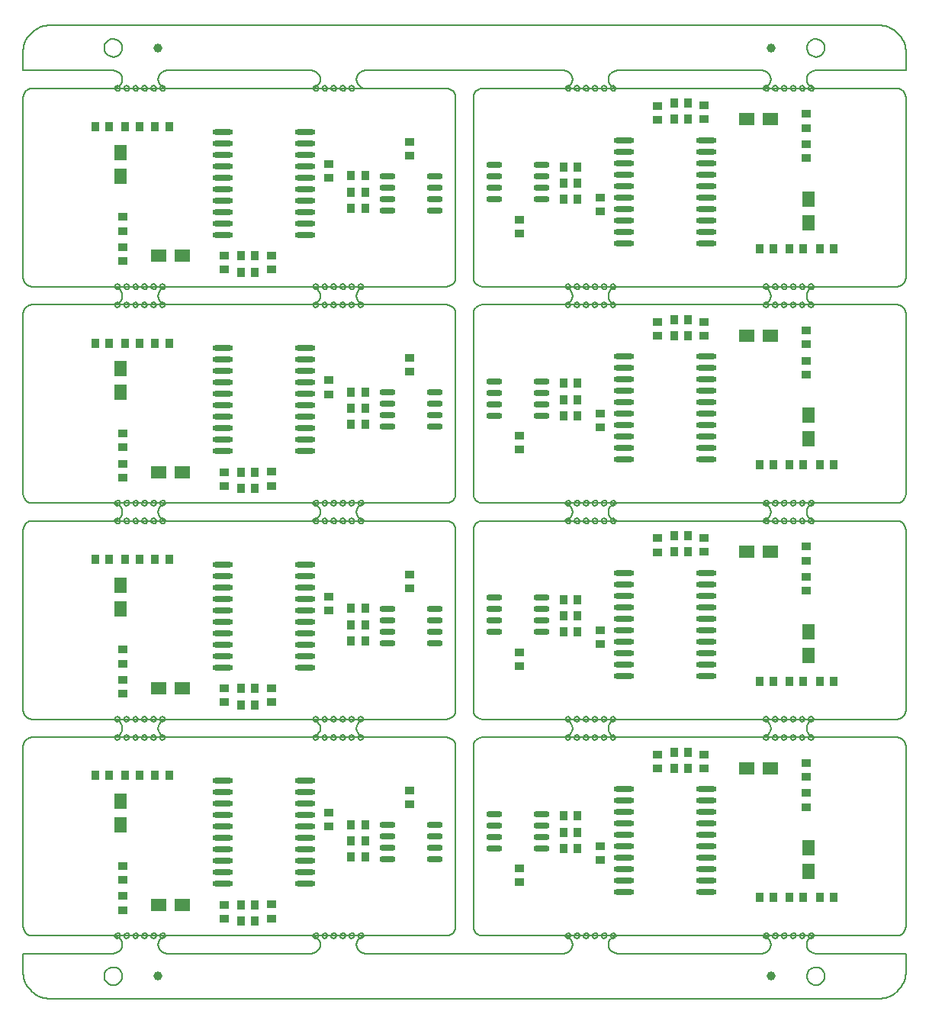
<source format=gtp>
G04*
G04 #@! TF.GenerationSoftware,Altium Limited,Altium Designer,18.0.7 (293)*
G04*
G04 Layer_Color=8421504*
%FSLAX25Y25*%
%MOIN*%
G70*
G01*
G75*
%ADD10C,0.03937*%
%ADD11O,0.09055X0.02362*%
%ADD12R,0.03661X0.03858*%
%ADD13R,0.07087X0.05315*%
%ADD14R,0.05315X0.07087*%
%ADD15R,0.03858X0.03661*%
%ADD16O,0.07087X0.02756*%
%ADD21C,0.00787*%
G54D10*
X548272Y572169D02*
D03*
X280555D02*
D03*
X548272Y166657D02*
D03*
X280555D02*
D03*
G54D11*
X520040Y486853D02*
D03*
Y491853D02*
D03*
Y496853D02*
D03*
Y501853D02*
D03*
Y506853D02*
D03*
Y511853D02*
D03*
Y516853D02*
D03*
Y521853D02*
D03*
Y526853D02*
D03*
Y531853D02*
D03*
X484213Y486853D02*
D03*
Y491853D02*
D03*
Y496853D02*
D03*
Y501853D02*
D03*
Y506853D02*
D03*
Y511853D02*
D03*
Y516853D02*
D03*
Y521853D02*
D03*
Y526853D02*
D03*
Y531853D02*
D03*
X520040Y392365D02*
D03*
Y397365D02*
D03*
Y402365D02*
D03*
Y407365D02*
D03*
Y412365D02*
D03*
Y417365D02*
D03*
Y422365D02*
D03*
Y427365D02*
D03*
Y432365D02*
D03*
Y437365D02*
D03*
X484213Y392365D02*
D03*
Y397365D02*
D03*
Y402365D02*
D03*
Y407365D02*
D03*
Y412365D02*
D03*
Y417365D02*
D03*
Y422365D02*
D03*
Y427365D02*
D03*
Y432365D02*
D03*
Y437365D02*
D03*
X520040Y297876D02*
D03*
Y302876D02*
D03*
Y307876D02*
D03*
Y312876D02*
D03*
Y317876D02*
D03*
Y322876D02*
D03*
Y327876D02*
D03*
Y332876D02*
D03*
Y337876D02*
D03*
Y342876D02*
D03*
X484213Y297876D02*
D03*
Y302876D02*
D03*
Y307876D02*
D03*
Y312876D02*
D03*
Y317876D02*
D03*
Y322876D02*
D03*
Y327876D02*
D03*
Y332876D02*
D03*
Y337876D02*
D03*
Y342876D02*
D03*
X520040Y203388D02*
D03*
Y208388D02*
D03*
Y213388D02*
D03*
Y218388D02*
D03*
Y223388D02*
D03*
Y228388D02*
D03*
Y233388D02*
D03*
Y238388D02*
D03*
Y243388D02*
D03*
Y248388D02*
D03*
X484213Y203388D02*
D03*
Y208388D02*
D03*
Y213388D02*
D03*
Y218388D02*
D03*
Y223388D02*
D03*
Y228388D02*
D03*
Y233388D02*
D03*
Y238388D02*
D03*
Y243388D02*
D03*
Y248388D02*
D03*
X308787Y251974D02*
D03*
Y246974D02*
D03*
Y241974D02*
D03*
Y236974D02*
D03*
Y231974D02*
D03*
Y226974D02*
D03*
Y221974D02*
D03*
Y216974D02*
D03*
Y211974D02*
D03*
Y206974D02*
D03*
X344613Y251974D02*
D03*
Y246974D02*
D03*
Y241974D02*
D03*
Y236974D02*
D03*
Y231974D02*
D03*
Y226974D02*
D03*
Y221974D02*
D03*
Y216974D02*
D03*
Y211974D02*
D03*
Y206974D02*
D03*
X308787Y346462D02*
D03*
Y341462D02*
D03*
Y336462D02*
D03*
Y331462D02*
D03*
Y326462D02*
D03*
Y321462D02*
D03*
Y316462D02*
D03*
Y311462D02*
D03*
Y306462D02*
D03*
Y301462D02*
D03*
X344613Y346462D02*
D03*
Y341462D02*
D03*
Y336462D02*
D03*
Y331462D02*
D03*
Y326462D02*
D03*
Y321462D02*
D03*
Y316462D02*
D03*
Y311462D02*
D03*
Y306462D02*
D03*
Y301462D02*
D03*
X308787Y440950D02*
D03*
Y435950D02*
D03*
Y430950D02*
D03*
Y425950D02*
D03*
Y420950D02*
D03*
Y415950D02*
D03*
Y410950D02*
D03*
Y405950D02*
D03*
Y400950D02*
D03*
Y395950D02*
D03*
X344613Y440950D02*
D03*
Y435950D02*
D03*
Y430950D02*
D03*
Y425950D02*
D03*
Y420950D02*
D03*
Y415950D02*
D03*
Y410950D02*
D03*
Y405950D02*
D03*
Y400950D02*
D03*
Y395950D02*
D03*
X308787Y535439D02*
D03*
Y530439D02*
D03*
Y525439D02*
D03*
Y520439D02*
D03*
Y515439D02*
D03*
Y510439D02*
D03*
Y505439D02*
D03*
Y500439D02*
D03*
Y495439D02*
D03*
Y490439D02*
D03*
X344613Y535439D02*
D03*
Y530439D02*
D03*
Y525439D02*
D03*
Y520439D02*
D03*
Y515439D02*
D03*
Y510439D02*
D03*
Y505439D02*
D03*
Y500439D02*
D03*
Y495439D02*
D03*
Y490439D02*
D03*
G54D12*
X569695Y484553D02*
D03*
X575758D02*
D03*
X463890Y505953D02*
D03*
X457827D02*
D03*
X512058Y548053D02*
D03*
X505995D02*
D03*
Y540953D02*
D03*
X512058D02*
D03*
X549558Y484553D02*
D03*
X543495D02*
D03*
X562558D02*
D03*
X556495D02*
D03*
X463890Y513053D02*
D03*
X457827D02*
D03*
X463890Y520153D02*
D03*
X457827D02*
D03*
X569695Y390065D02*
D03*
X575758D02*
D03*
X463890Y411465D02*
D03*
X457827D02*
D03*
X512058Y453565D02*
D03*
X505995D02*
D03*
Y446465D02*
D03*
X512058D02*
D03*
X549558Y390065D02*
D03*
X543495D02*
D03*
X562558D02*
D03*
X556495D02*
D03*
X463890Y418565D02*
D03*
X457827D02*
D03*
X463890Y425665D02*
D03*
X457827D02*
D03*
X569695Y295576D02*
D03*
X575758D02*
D03*
X463890Y316976D02*
D03*
X457827D02*
D03*
X512058Y359076D02*
D03*
X505995D02*
D03*
Y351976D02*
D03*
X512058D02*
D03*
X549558Y295576D02*
D03*
X543495D02*
D03*
X562558D02*
D03*
X556495D02*
D03*
X463890Y324076D02*
D03*
X457827D02*
D03*
X463890Y331176D02*
D03*
X457827D02*
D03*
X569695Y201088D02*
D03*
X575758D02*
D03*
X463890Y222488D02*
D03*
X457827D02*
D03*
X512058Y264588D02*
D03*
X505995D02*
D03*
Y257488D02*
D03*
X512058D02*
D03*
X549558Y201088D02*
D03*
X543495D02*
D03*
X562558D02*
D03*
X556495D02*
D03*
X463890Y229588D02*
D03*
X457827D02*
D03*
X463890Y236688D02*
D03*
X457827D02*
D03*
X259132Y254274D02*
D03*
X253068D02*
D03*
X364937Y232874D02*
D03*
X371000D02*
D03*
X316769Y190774D02*
D03*
X322832D02*
D03*
Y197874D02*
D03*
X316769D02*
D03*
X279269Y254274D02*
D03*
X285332D02*
D03*
X266268D02*
D03*
X272332D02*
D03*
X364937Y225774D02*
D03*
X371000D02*
D03*
X364937Y218674D02*
D03*
X371000D02*
D03*
X259132Y348762D02*
D03*
X253068D02*
D03*
X364937Y327362D02*
D03*
X371000D02*
D03*
X316769Y285262D02*
D03*
X322832D02*
D03*
Y292362D02*
D03*
X316769D02*
D03*
X279269Y348762D02*
D03*
X285332D02*
D03*
X266268D02*
D03*
X272332D02*
D03*
X364937Y320262D02*
D03*
X371000D02*
D03*
X364937Y313162D02*
D03*
X371000D02*
D03*
X259132Y443250D02*
D03*
X253068D02*
D03*
X364937Y421850D02*
D03*
X371000D02*
D03*
X316769Y379750D02*
D03*
X322832D02*
D03*
Y386850D02*
D03*
X316769D02*
D03*
X279269Y443250D02*
D03*
X285332D02*
D03*
X266268D02*
D03*
X272332D02*
D03*
X364937Y414750D02*
D03*
X371000D02*
D03*
X364937Y407650D02*
D03*
X371000D02*
D03*
X259132Y537739D02*
D03*
X253068D02*
D03*
X364937Y516339D02*
D03*
X371000D02*
D03*
X316769Y474239D02*
D03*
X322832D02*
D03*
Y481339D02*
D03*
X316769D02*
D03*
X279269Y537739D02*
D03*
X285332D02*
D03*
X266268D02*
D03*
X272332D02*
D03*
X364937Y509239D02*
D03*
X371000D02*
D03*
X364937Y502139D02*
D03*
X371000D02*
D03*
G54D13*
X537869Y540953D02*
D03*
X548184D02*
D03*
X537869Y446465D02*
D03*
X548184D02*
D03*
X537869Y351976D02*
D03*
X548184D02*
D03*
X537869Y257488D02*
D03*
X548184D02*
D03*
X290957Y197874D02*
D03*
X280643D02*
D03*
X290957Y292362D02*
D03*
X280643D02*
D03*
X290957Y386850D02*
D03*
X280643D02*
D03*
X290957Y481339D02*
D03*
X280643D02*
D03*
G54D14*
X564727Y506110D02*
D03*
Y495795D02*
D03*
Y411622D02*
D03*
Y401307D02*
D03*
Y317134D02*
D03*
Y306819D02*
D03*
Y222646D02*
D03*
Y212331D02*
D03*
X264100Y232716D02*
D03*
Y243032D02*
D03*
Y327205D02*
D03*
Y337520D02*
D03*
Y421693D02*
D03*
Y432008D02*
D03*
Y516181D02*
D03*
Y526496D02*
D03*
G54D15*
X438327Y497184D02*
D03*
Y491121D02*
D03*
X473827Y500821D02*
D03*
Y506884D02*
D03*
X498827Y546916D02*
D03*
Y540853D02*
D03*
X519227Y547016D02*
D03*
Y540953D02*
D03*
X563727Y537221D02*
D03*
Y543284D02*
D03*
Y524021D02*
D03*
Y530084D02*
D03*
X438327Y402696D02*
D03*
Y396633D02*
D03*
X473827Y406333D02*
D03*
Y412396D02*
D03*
X498827Y452428D02*
D03*
Y446365D02*
D03*
X519227Y452528D02*
D03*
Y446465D02*
D03*
X563727Y442733D02*
D03*
Y448796D02*
D03*
Y429533D02*
D03*
Y435596D02*
D03*
X438327Y308208D02*
D03*
Y302145D02*
D03*
X473827Y311845D02*
D03*
Y317908D02*
D03*
X498827Y357939D02*
D03*
Y351876D02*
D03*
X519227Y358039D02*
D03*
Y351976D02*
D03*
X563727Y348245D02*
D03*
Y354308D02*
D03*
Y335045D02*
D03*
Y341108D02*
D03*
X438327Y213720D02*
D03*
Y207657D02*
D03*
X473827Y217357D02*
D03*
Y223420D02*
D03*
X498827Y263451D02*
D03*
Y257388D02*
D03*
X519227Y263551D02*
D03*
Y257488D02*
D03*
X563727Y253757D02*
D03*
Y259820D02*
D03*
Y240557D02*
D03*
Y246620D02*
D03*
X390500Y241642D02*
D03*
Y247706D02*
D03*
X355000Y238005D02*
D03*
Y231943D02*
D03*
X330000Y191911D02*
D03*
Y197974D02*
D03*
X309600Y191811D02*
D03*
Y197874D02*
D03*
X265100Y201606D02*
D03*
Y195543D02*
D03*
Y214806D02*
D03*
Y208742D02*
D03*
X390500Y336131D02*
D03*
Y342194D02*
D03*
X355000Y332494D02*
D03*
Y326431D02*
D03*
X330000Y286399D02*
D03*
Y292462D02*
D03*
X309600Y286299D02*
D03*
Y292362D02*
D03*
X265100Y296094D02*
D03*
Y290031D02*
D03*
Y309294D02*
D03*
Y303231D02*
D03*
X390500Y430619D02*
D03*
Y436682D02*
D03*
X355000Y426982D02*
D03*
Y420919D02*
D03*
X330000Y380887D02*
D03*
Y386950D02*
D03*
X309600Y380787D02*
D03*
Y386850D02*
D03*
X265100Y390582D02*
D03*
Y384519D02*
D03*
Y403782D02*
D03*
Y397719D02*
D03*
X390500Y525107D02*
D03*
Y531170D02*
D03*
X355000Y521470D02*
D03*
Y515407D02*
D03*
X330000Y475376D02*
D03*
Y481439D02*
D03*
X309600Y475276D02*
D03*
Y481339D02*
D03*
X265100Y485070D02*
D03*
Y479007D02*
D03*
Y498270D02*
D03*
Y492207D02*
D03*
G54D16*
X447999Y506053D02*
D03*
Y511053D02*
D03*
Y516053D02*
D03*
Y521053D02*
D03*
X427527Y506053D02*
D03*
Y511053D02*
D03*
Y516053D02*
D03*
Y521053D02*
D03*
X447999Y411565D02*
D03*
Y416565D02*
D03*
Y421565D02*
D03*
Y426565D02*
D03*
X427527Y411565D02*
D03*
Y416565D02*
D03*
Y421565D02*
D03*
Y426565D02*
D03*
X447999Y317076D02*
D03*
Y322076D02*
D03*
Y327076D02*
D03*
Y332076D02*
D03*
X427527Y317076D02*
D03*
Y322076D02*
D03*
Y327076D02*
D03*
Y332076D02*
D03*
X447999Y222588D02*
D03*
Y227588D02*
D03*
Y232588D02*
D03*
Y237588D02*
D03*
X427527Y222588D02*
D03*
Y227588D02*
D03*
Y232588D02*
D03*
Y237588D02*
D03*
X380828Y232774D02*
D03*
Y227774D02*
D03*
Y222774D02*
D03*
Y217774D02*
D03*
X401300Y232774D02*
D03*
Y227774D02*
D03*
Y222774D02*
D03*
Y217774D02*
D03*
X380828Y327262D02*
D03*
Y322262D02*
D03*
Y317262D02*
D03*
Y312262D02*
D03*
X401300Y327262D02*
D03*
Y322262D02*
D03*
Y317262D02*
D03*
Y312262D02*
D03*
X380828Y421750D02*
D03*
Y416750D02*
D03*
Y411750D02*
D03*
Y406750D02*
D03*
X401300Y421750D02*
D03*
Y416750D02*
D03*
Y411750D02*
D03*
Y406750D02*
D03*
X380828Y516239D02*
D03*
Y511239D02*
D03*
Y506239D02*
D03*
Y501239D02*
D03*
X401300Y516239D02*
D03*
Y511239D02*
D03*
Y506239D02*
D03*
Y501239D02*
D03*
G54D21*
X264020Y554453D02*
X263575Y555376D01*
X262576Y555604D01*
X261774Y554965D01*
Y553940D01*
X262576Y553301D01*
X263575Y553529D01*
X264020Y554453D01*
X283705D02*
X283260Y555376D01*
X282261Y555604D01*
X281459Y554965D01*
Y553940D01*
X282261Y553301D01*
X283260Y553529D01*
X283705Y554453D01*
X567169D02*
X566725Y555376D01*
X565725Y555604D01*
X564924Y554965D01*
Y553940D01*
X565725Y553301D01*
X566725Y553529D01*
X567169Y554453D01*
X480555D02*
X480110Y555376D01*
X479111Y555604D01*
X478310Y554965D01*
Y553940D01*
X479111Y553301D01*
X480110Y553529D01*
X480555Y554453D01*
X283705Y459965D02*
X283260Y460888D01*
X282261Y461116D01*
X281459Y460477D01*
Y459452D01*
X282261Y458813D01*
X283260Y459041D01*
X283705Y459965D01*
Y467839D02*
X283260Y468762D01*
X282261Y468990D01*
X281459Y468351D01*
Y467326D01*
X282261Y466687D01*
X283260Y466915D01*
X283705Y467839D01*
X370319Y459965D02*
X369874Y460888D01*
X368875Y461116D01*
X368074Y460477D01*
Y459452D01*
X368875Y458813D01*
X369874Y459041D01*
X370319Y459965D01*
Y467839D02*
X369874Y468762D01*
X368875Y468990D01*
X368074Y468351D01*
Y467326D01*
X368875Y466687D01*
X369874Y466915D01*
X370319Y467839D01*
X480555Y459965D02*
X480110Y460888D01*
X479111Y461116D01*
X478310Y460477D01*
Y459452D01*
X479111Y458813D01*
X480110Y459041D01*
X480555Y459965D01*
Y467839D02*
X480110Y468762D01*
X479111Y468990D01*
X478310Y468351D01*
Y467326D01*
X479111Y466687D01*
X480110Y466915D01*
X480555Y467839D01*
X567169Y459965D02*
X566725Y460888D01*
X565725Y461116D01*
X564924Y460477D01*
Y459452D01*
X565725Y458813D01*
X566725Y459041D01*
X567169Y459965D01*
Y467839D02*
X566725Y468762D01*
X565725Y468990D01*
X564924Y468351D01*
Y467326D01*
X565725Y466687D01*
X566725Y466915D01*
X567169Y467839D01*
Y365476D02*
X566725Y366400D01*
X565725Y366628D01*
X564924Y365989D01*
Y364964D01*
X565725Y364325D01*
X566725Y364553D01*
X567169Y365476D01*
Y373350D02*
X566725Y374274D01*
X565725Y374502D01*
X564924Y373863D01*
Y372838D01*
X565725Y372199D01*
X566725Y372427D01*
X567169Y373350D01*
X480555Y365476D02*
X480110Y366400D01*
X479111Y366628D01*
X478310Y365989D01*
Y364964D01*
X479111Y364325D01*
X480110Y364553D01*
X480555Y365476D01*
Y373350D02*
X480110Y374274D01*
X479111Y374502D01*
X478310Y373863D01*
Y372838D01*
X479111Y372199D01*
X480110Y372427D01*
X480555Y373350D01*
X370319Y365476D02*
X369874Y366400D01*
X368875Y366628D01*
X368074Y365989D01*
Y364964D01*
X368875Y364325D01*
X369874Y364553D01*
X370319Y365476D01*
Y373350D02*
X369874Y374274D01*
X368875Y374502D01*
X368074Y373863D01*
Y372838D01*
X368875Y372199D01*
X369874Y372427D01*
X370319Y373350D01*
X283705Y365476D02*
X283260Y366400D01*
X282261Y366628D01*
X281459Y365989D01*
Y364964D01*
X282261Y364325D01*
X283260Y364553D01*
X283705Y365476D01*
Y373350D02*
X283260Y374274D01*
X282261Y374502D01*
X281459Y373863D01*
Y372838D01*
X282261Y372199D01*
X283260Y372427D01*
X283705Y373350D01*
X370319Y270988D02*
X369874Y271912D01*
X368875Y272140D01*
X368074Y271501D01*
Y270476D01*
X368875Y269837D01*
X369874Y270065D01*
X370319Y270988D01*
Y278862D02*
X369874Y279786D01*
X368875Y280014D01*
X368074Y279375D01*
Y278350D01*
X368875Y277711D01*
X369874Y277939D01*
X370319Y278862D01*
X283705Y270988D02*
X283260Y271912D01*
X282261Y272140D01*
X281459Y271501D01*
Y270476D01*
X282261Y269837D01*
X283260Y270065D01*
X283705Y270988D01*
Y278862D02*
X283260Y279786D01*
X282261Y280014D01*
X281459Y279375D01*
Y278350D01*
X282261Y277711D01*
X283260Y277939D01*
X283705Y278862D01*
X480555Y270988D02*
X480110Y271912D01*
X479111Y272140D01*
X478310Y271501D01*
Y270476D01*
X479111Y269837D01*
X480110Y270065D01*
X480555Y270988D01*
Y278862D02*
X480110Y279786D01*
X479111Y280014D01*
X478310Y279375D01*
Y278350D01*
X479111Y277711D01*
X480110Y277939D01*
X480555Y278862D01*
X567169Y270988D02*
X566725Y271912D01*
X565725Y272140D01*
X564924Y271501D01*
Y270476D01*
X565725Y269837D01*
X566725Y270065D01*
X567169Y270988D01*
Y278862D02*
X566725Y279786D01*
X565725Y280014D01*
X564924Y279375D01*
Y278350D01*
X565725Y277711D01*
X566725Y277939D01*
X567169Y278862D01*
Y184374D02*
X566725Y185297D01*
X565725Y185526D01*
X564924Y184887D01*
Y183862D01*
X565725Y183222D01*
X566725Y183451D01*
X567169Y184374D01*
X480555D02*
X480110Y185297D01*
X479111Y185526D01*
X478310Y184887D01*
Y183862D01*
X479111Y183222D01*
X480110Y183451D01*
X480555Y184374D01*
X370319D02*
X369874Y185297D01*
X368875Y185526D01*
X368074Y184887D01*
Y183862D01*
X368875Y183222D01*
X369874Y183451D01*
X370319Y184374D01*
X283705D02*
X283260Y185297D01*
X282261Y185526D01*
X281459Y184887D01*
Y183862D01*
X282261Y183222D01*
X283260Y183451D01*
X283705Y184374D01*
X547484D02*
X547040Y185297D01*
X546040Y185526D01*
X545239Y184887D01*
Y183862D01*
X546040Y183222D01*
X547040Y183451D01*
X547484Y184374D01*
X476618D02*
X476173Y185297D01*
X475174Y185526D01*
X474373Y184887D01*
Y183862D01*
X475174Y183222D01*
X476173Y183451D01*
X476618Y184374D01*
X547484Y270988D02*
X547040Y271912D01*
X546040Y272140D01*
X545239Y271501D01*
Y270476D01*
X546040Y269837D01*
X547040Y270065D01*
X547484Y270988D01*
Y278862D02*
X547040Y279786D01*
X546040Y280014D01*
X545239Y279375D01*
Y278350D01*
X546040Y277711D01*
X547040Y277939D01*
X547484Y278862D01*
X476618Y270988D02*
X476173Y271912D01*
X475174Y272140D01*
X474373Y271501D01*
Y270476D01*
X475174Y269837D01*
X476173Y270065D01*
X476618Y270988D01*
Y278862D02*
X476173Y279786D01*
X475174Y280014D01*
X474373Y279375D01*
Y278350D01*
X475174Y277711D01*
X476173Y277939D01*
X476618Y278862D01*
X547484Y365476D02*
X547040Y366400D01*
X546040Y366628D01*
X545239Y365989D01*
Y364964D01*
X546040Y364325D01*
X547040Y364553D01*
X547484Y365476D01*
Y373350D02*
X547040Y374274D01*
X546040Y374502D01*
X545239Y373863D01*
Y372838D01*
X546040Y372199D01*
X547040Y372427D01*
X547484Y373350D01*
X476618Y365476D02*
X476173Y366400D01*
X475174Y366628D01*
X474373Y365989D01*
Y364964D01*
X475174Y364325D01*
X476173Y364553D01*
X476618Y365476D01*
Y373350D02*
X476173Y374274D01*
X475174Y374502D01*
X474373Y373863D01*
Y372838D01*
X475174Y372199D01*
X476173Y372427D01*
X476618Y373350D01*
X547484Y467839D02*
X547040Y468762D01*
X546040Y468990D01*
X545239Y468351D01*
Y467326D01*
X546040Y466687D01*
X547040Y466915D01*
X547484Y467839D01*
Y459965D02*
X547040Y460888D01*
X546040Y461116D01*
X545239Y460477D01*
Y459452D01*
X546040Y458813D01*
X547040Y459041D01*
X547484Y459965D01*
X476618D02*
X476173Y460888D01*
X475174Y461116D01*
X474373Y460477D01*
Y459452D01*
X475174Y458813D01*
X476173Y459041D01*
X476618Y459965D01*
Y467839D02*
X476173Y468762D01*
X475174Y468990D01*
X474373Y468351D01*
Y467326D01*
X475174Y466687D01*
X476173Y466915D01*
X476618Y467839D01*
X547484Y554453D02*
X547040Y555376D01*
X546040Y555604D01*
X545239Y554965D01*
Y553940D01*
X546040Y553301D01*
X547040Y553529D01*
X547484Y554453D01*
X476618D02*
X476173Y555376D01*
X475174Y555604D01*
X474373Y554965D01*
Y553940D01*
X475174Y553301D01*
X476173Y553529D01*
X476618Y554453D01*
X350634D02*
X350189Y555376D01*
X349190Y555604D01*
X348389Y554965D01*
Y553940D01*
X349190Y553301D01*
X350189Y553529D01*
X350634Y554453D01*
X279768D02*
X279323Y555376D01*
X278324Y555604D01*
X277522Y554965D01*
Y553940D01*
X278324Y553301D01*
X279323Y553529D01*
X279768Y554453D01*
X350634Y459965D02*
X350189Y460888D01*
X349190Y461116D01*
X348389Y460477D01*
Y459452D01*
X349190Y458813D01*
X350189Y459041D01*
X350634Y459965D01*
Y467839D02*
X350189Y468762D01*
X349190Y468990D01*
X348389Y468351D01*
Y467326D01*
X349190Y466687D01*
X350189Y466915D01*
X350634Y467839D01*
X279768Y459965D02*
X279323Y460888D01*
X278324Y461116D01*
X277522Y460477D01*
Y459452D01*
X278324Y458813D01*
X279323Y459041D01*
X279768Y459965D01*
Y467839D02*
X279323Y468762D01*
X278324Y468990D01*
X277522Y468351D01*
Y467326D01*
X278324Y466687D01*
X279323Y466915D01*
X279768Y467839D01*
X350634Y365476D02*
X350189Y366400D01*
X349190Y366628D01*
X348389Y365989D01*
Y364964D01*
X349190Y364325D01*
X350189Y364553D01*
X350634Y365476D01*
Y373350D02*
X350189Y374274D01*
X349190Y374502D01*
X348389Y373863D01*
Y372838D01*
X349190Y372199D01*
X350189Y372427D01*
X350634Y373350D01*
X279768Y365476D02*
X279323Y366400D01*
X278324Y366628D01*
X277522Y365989D01*
Y364964D01*
X278324Y364325D01*
X279323Y364553D01*
X279768Y365476D01*
Y373350D02*
X279323Y374274D01*
X278324Y374502D01*
X277522Y373863D01*
Y372838D01*
X278324Y372199D01*
X279323Y372427D01*
X279768Y373350D01*
X350634Y270988D02*
X350189Y271912D01*
X349190Y272140D01*
X348389Y271501D01*
Y270476D01*
X349190Y269837D01*
X350189Y270065D01*
X350634Y270988D01*
Y278862D02*
X350189Y279786D01*
X349190Y280014D01*
X348389Y279375D01*
Y278350D01*
X349190Y277711D01*
X350189Y277939D01*
X350634Y278862D01*
X279768Y270988D02*
X279323Y271912D01*
X278324Y272140D01*
X277522Y271501D01*
Y270476D01*
X278324Y269837D01*
X279323Y270065D01*
X279768Y270988D01*
Y278862D02*
X279323Y279786D01*
X278324Y280014D01*
X277522Y279375D01*
Y278350D01*
X278324Y277711D01*
X279323Y277939D01*
X279768Y278862D01*
X350634Y184374D02*
X350189Y185297D01*
X349190Y185526D01*
X348389Y184887D01*
Y183862D01*
X349190Y183222D01*
X350189Y183451D01*
X350634Y184374D01*
X279768D02*
X279323Y185297D01*
X278324Y185526D01*
X277522Y184887D01*
Y183862D01*
X278324Y183222D01*
X279323Y183451D01*
X279768Y184374D01*
X551421Y270988D02*
X550977Y271912D01*
X549977Y272140D01*
X549176Y271501D01*
Y270476D01*
X549977Y269837D01*
X550977Y270065D01*
X551421Y270988D01*
X555358D02*
X554914Y271912D01*
X553914Y272140D01*
X553113Y271501D01*
Y270476D01*
X553914Y269837D01*
X554914Y270065D01*
X555358Y270988D01*
X559295D02*
X558851Y271912D01*
X557851Y272140D01*
X557050Y271501D01*
Y270476D01*
X557851Y269837D01*
X558851Y270065D01*
X559295Y270988D01*
X563232D02*
X562788Y271912D01*
X561788Y272140D01*
X560987Y271501D01*
Y270476D01*
X561788Y269837D01*
X562788Y270065D01*
X563232Y270988D01*
X551421Y278862D02*
X550977Y279786D01*
X549977Y280014D01*
X549176Y279375D01*
Y278350D01*
X549977Y277711D01*
X550977Y277939D01*
X551421Y278862D01*
X555358D02*
X554914Y279786D01*
X553914Y280014D01*
X553113Y279375D01*
Y278350D01*
X553914Y277711D01*
X554914Y277939D01*
X555358Y278862D01*
X559295D02*
X558851Y279786D01*
X557851Y280014D01*
X557050Y279375D01*
Y278350D01*
X557851Y277711D01*
X558851Y277939D01*
X559295Y278862D01*
X563232D02*
X562788Y279786D01*
X561788Y280014D01*
X560987Y279375D01*
Y278350D01*
X561788Y277711D01*
X562788Y277939D01*
X563232Y278862D01*
X460870Y270988D02*
X460425Y271912D01*
X459426Y272140D01*
X458625Y271501D01*
Y270476D01*
X459426Y269837D01*
X460425Y270065D01*
X460870Y270988D01*
X464807D02*
X464362Y271912D01*
X463363Y272140D01*
X462562Y271501D01*
Y270476D01*
X463363Y269837D01*
X464362Y270065D01*
X464807Y270988D01*
X468744D02*
X468299Y271912D01*
X467300Y272140D01*
X466499Y271501D01*
Y270476D01*
X467300Y269837D01*
X468299Y270065D01*
X468744Y270988D01*
X472681D02*
X472236Y271912D01*
X471237Y272140D01*
X470436Y271501D01*
Y270476D01*
X471237Y269837D01*
X472236Y270065D01*
X472681Y270988D01*
X460870Y278862D02*
X460425Y279786D01*
X459426Y280014D01*
X458625Y279375D01*
Y278350D01*
X459426Y277711D01*
X460425Y277939D01*
X460870Y278862D01*
X464807D02*
X464362Y279786D01*
X463363Y280014D01*
X462562Y279375D01*
Y278350D01*
X463363Y277711D01*
X464362Y277939D01*
X464807Y278862D01*
X468744D02*
X468299Y279786D01*
X467300Y280014D01*
X466499Y279375D01*
Y278350D01*
X467300Y277711D01*
X468299Y277939D01*
X468744Y278862D01*
X472681D02*
X472236Y279786D01*
X471237Y280014D01*
X470436Y279375D01*
Y278350D01*
X471237Y277711D01*
X472236Y277939D01*
X472681Y278862D01*
X551421Y365476D02*
X550977Y366400D01*
X549977Y366628D01*
X549176Y365989D01*
Y364964D01*
X549977Y364325D01*
X550977Y364553D01*
X551421Y365476D01*
X555358D02*
X554914Y366400D01*
X553914Y366628D01*
X553113Y365989D01*
Y364964D01*
X553914Y364325D01*
X554914Y364553D01*
X555358Y365476D01*
X559295D02*
X558851Y366400D01*
X557851Y366628D01*
X557050Y365989D01*
Y364964D01*
X557851Y364325D01*
X558851Y364553D01*
X559295Y365476D01*
X563232D02*
X562788Y366400D01*
X561788Y366628D01*
X560987Y365989D01*
Y364964D01*
X561788Y364325D01*
X562788Y364553D01*
X563232Y365476D01*
X551421Y373350D02*
X550977Y374274D01*
X549977Y374502D01*
X549176Y373863D01*
Y372838D01*
X549977Y372199D01*
X550977Y372427D01*
X551421Y373350D01*
X555358D02*
X554914Y374274D01*
X553914Y374502D01*
X553113Y373863D01*
Y372838D01*
X553914Y372199D01*
X554914Y372427D01*
X555358Y373350D01*
X559295D02*
X558851Y374274D01*
X557851Y374502D01*
X557050Y373863D01*
Y372838D01*
X557851Y372199D01*
X558851Y372427D01*
X559295Y373350D01*
X563232D02*
X562788Y374274D01*
X561788Y374502D01*
X560987Y373863D01*
Y372838D01*
X561788Y372199D01*
X562788Y372427D01*
X563232Y373350D01*
X460870Y365476D02*
X460425Y366400D01*
X459426Y366628D01*
X458625Y365989D01*
Y364964D01*
X459426Y364325D01*
X460425Y364553D01*
X460870Y365476D01*
X464807D02*
X464362Y366400D01*
X463363Y366628D01*
X462562Y365989D01*
Y364964D01*
X463363Y364325D01*
X464362Y364553D01*
X464807Y365476D01*
X468744D02*
X468299Y366400D01*
X467300Y366628D01*
X466499Y365989D01*
Y364964D01*
X467300Y364325D01*
X468299Y364553D01*
X468744Y365476D01*
X472681D02*
X472236Y366400D01*
X471237Y366628D01*
X470436Y365989D01*
Y364964D01*
X471237Y364325D01*
X472236Y364553D01*
X472681Y365476D01*
X460870Y373350D02*
X460425Y374274D01*
X459426Y374502D01*
X458625Y373863D01*
Y372838D01*
X459426Y372199D01*
X460425Y372427D01*
X460870Y373350D01*
X464807D02*
X464362Y374274D01*
X463363Y374502D01*
X462562Y373863D01*
Y372838D01*
X463363Y372199D01*
X464362Y372427D01*
X464807Y373350D01*
X468744D02*
X468299Y374274D01*
X467300Y374502D01*
X466499Y373863D01*
Y372838D01*
X467300Y372199D01*
X468299Y372427D01*
X468744Y373350D01*
X472681D02*
X472236Y374274D01*
X471237Y374502D01*
X470436Y373863D01*
Y372838D01*
X471237Y372199D01*
X472236Y372427D01*
X472681Y373350D01*
X551421Y459965D02*
X550977Y460888D01*
X549977Y461116D01*
X549176Y460477D01*
Y459452D01*
X549977Y458813D01*
X550977Y459041D01*
X551421Y459965D01*
X555358D02*
X554914Y460888D01*
X553914Y461116D01*
X553113Y460477D01*
Y459452D01*
X553914Y458813D01*
X554914Y459041D01*
X555358Y459965D01*
X559295D02*
X558851Y460888D01*
X557851Y461116D01*
X557050Y460477D01*
Y459452D01*
X557851Y458813D01*
X558851Y459041D01*
X559295Y459965D01*
X563232D02*
X562788Y460888D01*
X561788Y461116D01*
X560987Y460477D01*
Y459452D01*
X561788Y458813D01*
X562788Y459041D01*
X563232Y459965D01*
X551421Y467839D02*
X550977Y468762D01*
X549977Y468990D01*
X549176Y468351D01*
Y467326D01*
X549977Y466687D01*
X550977Y466915D01*
X551421Y467839D01*
X555358D02*
X554914Y468762D01*
X553914Y468990D01*
X553113Y468351D01*
Y467326D01*
X553914Y466687D01*
X554914Y466915D01*
X555358Y467839D01*
X559295D02*
X558851Y468762D01*
X557851Y468990D01*
X557050Y468351D01*
Y467326D01*
X557851Y466687D01*
X558851Y466915D01*
X559295Y467839D01*
X563232D02*
X562788Y468762D01*
X561788Y468990D01*
X560987Y468351D01*
Y467326D01*
X561788Y466687D01*
X562788Y466915D01*
X563232Y467839D01*
X460870Y459965D02*
X460425Y460888D01*
X459426Y461116D01*
X458625Y460477D01*
Y459452D01*
X459426Y458813D01*
X460425Y459041D01*
X460870Y459965D01*
X464807D02*
X464362Y460888D01*
X463363Y461116D01*
X462562Y460477D01*
Y459452D01*
X463363Y458813D01*
X464362Y459041D01*
X464807Y459965D01*
X468744D02*
X468299Y460888D01*
X467300Y461116D01*
X466499Y460477D01*
Y459452D01*
X467300Y458813D01*
X468299Y459041D01*
X468744Y459965D01*
X472681D02*
X472236Y460888D01*
X471237Y461116D01*
X470436Y460477D01*
Y459452D01*
X471237Y458813D01*
X472236Y459041D01*
X472681Y459965D01*
X460870Y467839D02*
X460425Y468762D01*
X459426Y468990D01*
X458625Y468351D01*
Y467326D01*
X459426Y466687D01*
X460425Y466915D01*
X460870Y467839D01*
X464807D02*
X464362Y468762D01*
X463363Y468990D01*
X462562Y468351D01*
Y467326D01*
X463363Y466687D01*
X464362Y466915D01*
X464807Y467839D01*
X468744D02*
X468299Y468762D01*
X467300Y468990D01*
X466499Y468351D01*
Y467326D01*
X467300Y466687D01*
X468299Y466915D01*
X468744Y467839D01*
X472681D02*
X472236Y468762D01*
X471237Y468990D01*
X470436Y468351D01*
Y467326D01*
X471237Y466687D01*
X472236Y466915D01*
X472681Y467839D01*
X551421Y554453D02*
X550977Y555376D01*
X549977Y555604D01*
X549176Y554965D01*
Y553940D01*
X549977Y553301D01*
X550977Y553529D01*
X551421Y554453D01*
X555358D02*
X554914Y555376D01*
X553914Y555604D01*
X553113Y554965D01*
Y553940D01*
X553914Y553301D01*
X554914Y553529D01*
X555358Y554453D01*
X559295D02*
X558851Y555376D01*
X557851Y555604D01*
X557050Y554965D01*
Y553940D01*
X557851Y553301D01*
X558851Y553529D01*
X559295Y554453D01*
X563232D02*
X562788Y555376D01*
X561788Y555604D01*
X560987Y554965D01*
Y553940D01*
X561788Y553301D01*
X562788Y553529D01*
X563232Y554453D01*
X460870D02*
X460425Y555376D01*
X459426Y555604D01*
X458625Y554965D01*
Y553940D01*
X459426Y553301D01*
X460425Y553529D01*
X460870Y554453D01*
X464807D02*
X464362Y555376D01*
X463363Y555604D01*
X462562Y554965D01*
Y553940D01*
X463363Y553301D01*
X464362Y553529D01*
X464807Y554453D01*
X468744D02*
X468299Y555376D01*
X467300Y555604D01*
X466499Y554965D01*
Y553940D01*
X467300Y553301D01*
X468299Y553529D01*
X468744Y554453D01*
X472681D02*
X472236Y555376D01*
X471237Y555604D01*
X470436Y554965D01*
Y553940D01*
X471237Y553301D01*
X472236Y553529D01*
X472681Y554453D01*
X354571D02*
X354126Y555376D01*
X353127Y555604D01*
X352326Y554965D01*
Y553940D01*
X353127Y553301D01*
X354126Y553529D01*
X354571Y554453D01*
X358508D02*
X358063Y555376D01*
X357064Y555604D01*
X356263Y554965D01*
Y553940D01*
X357064Y553301D01*
X358063Y553529D01*
X358508Y554453D01*
X362445D02*
X362000Y555376D01*
X361001Y555604D01*
X360200Y554965D01*
Y553940D01*
X361001Y553301D01*
X362000Y553529D01*
X362445Y554453D01*
X366382D02*
X365937Y555376D01*
X364938Y555604D01*
X364137Y554965D01*
Y553940D01*
X364938Y553301D01*
X365937Y553529D01*
X366382Y554453D01*
X267957D02*
X267512Y555376D01*
X266513Y555604D01*
X265711Y554965D01*
Y553940D01*
X266513Y553301D01*
X267512Y553529D01*
X267957Y554453D01*
X271894D02*
X271449Y555376D01*
X270450Y555604D01*
X269649Y554965D01*
Y553940D01*
X270450Y553301D01*
X271449Y553529D01*
X271894Y554453D01*
X275831D02*
X275386Y555376D01*
X274387Y555604D01*
X273586Y554965D01*
Y553940D01*
X274387Y553301D01*
X275386Y553529D01*
X275831Y554453D01*
X354571Y459965D02*
X354126Y460888D01*
X353127Y461116D01*
X352326Y460477D01*
Y459452D01*
X353127Y458813D01*
X354126Y459041D01*
X354571Y459965D01*
X358508D02*
X358063Y460888D01*
X357064Y461116D01*
X356263Y460477D01*
Y459452D01*
X357064Y458813D01*
X358063Y459041D01*
X358508Y459965D01*
X362445D02*
X362000Y460888D01*
X361001Y461116D01*
X360200Y460477D01*
Y459452D01*
X361001Y458813D01*
X362000Y459041D01*
X362445Y459965D01*
X366382D02*
X365937Y460888D01*
X364938Y461116D01*
X364137Y460477D01*
Y459452D01*
X364938Y458813D01*
X365937Y459041D01*
X366382Y459965D01*
X354571Y467839D02*
X354126Y468762D01*
X353127Y468990D01*
X352326Y468351D01*
Y467326D01*
X353127Y466687D01*
X354126Y466915D01*
X354571Y467839D01*
X358508D02*
X358063Y468762D01*
X357064Y468990D01*
X356263Y468351D01*
Y467326D01*
X357064Y466687D01*
X358063Y466915D01*
X358508Y467839D01*
X362445D02*
X362000Y468762D01*
X361001Y468990D01*
X360200Y468351D01*
Y467326D01*
X361001Y466687D01*
X362000Y466915D01*
X362445Y467839D01*
X366382D02*
X365937Y468762D01*
X364938Y468990D01*
X364137Y468351D01*
Y467326D01*
X364938Y466687D01*
X365937Y466915D01*
X366382Y467839D01*
X264020Y459965D02*
X263575Y460888D01*
X262576Y461116D01*
X261774Y460477D01*
Y459452D01*
X262576Y458813D01*
X263575Y459041D01*
X264020Y459965D01*
X267957D02*
X267512Y460888D01*
X266513Y461116D01*
X265711Y460477D01*
Y459452D01*
X266513Y458813D01*
X267512Y459041D01*
X267957Y459965D01*
X271894D02*
X271449Y460888D01*
X270450Y461116D01*
X269649Y460477D01*
Y459452D01*
X270450Y458813D01*
X271449Y459041D01*
X271894Y459965D01*
X275831D02*
X275386Y460888D01*
X274387Y461116D01*
X273586Y460477D01*
Y459452D01*
X274387Y458813D01*
X275386Y459041D01*
X275831Y459965D01*
X264020Y467839D02*
X263575Y468762D01*
X262576Y468990D01*
X261774Y468351D01*
Y467326D01*
X262576Y466687D01*
X263575Y466915D01*
X264020Y467839D01*
X267957D02*
X267512Y468762D01*
X266513Y468990D01*
X265711Y468351D01*
Y467326D01*
X266513Y466687D01*
X267512Y466915D01*
X267957Y467839D01*
X271894D02*
X271449Y468762D01*
X270450Y468990D01*
X269649Y468351D01*
Y467326D01*
X270450Y466687D01*
X271449Y466915D01*
X271894Y467839D01*
X275831D02*
X275386Y468762D01*
X274387Y468990D01*
X273586Y468351D01*
Y467326D01*
X274387Y466687D01*
X275386Y466915D01*
X275831Y467839D01*
X354571Y365476D02*
X354126Y366400D01*
X353127Y366628D01*
X352326Y365989D01*
Y364964D01*
X353127Y364325D01*
X354126Y364553D01*
X354571Y365476D01*
X358508D02*
X358063Y366400D01*
X357064Y366628D01*
X356263Y365989D01*
Y364964D01*
X357064Y364325D01*
X358063Y364553D01*
X358508Y365476D01*
X362445D02*
X362000Y366400D01*
X361001Y366628D01*
X360200Y365989D01*
Y364964D01*
X361001Y364325D01*
X362000Y364553D01*
X362445Y365476D01*
X366382D02*
X365937Y366400D01*
X364938Y366628D01*
X364137Y365989D01*
Y364964D01*
X364938Y364325D01*
X365937Y364553D01*
X366382Y365476D01*
X354571Y373350D02*
X354126Y374274D01*
X353127Y374502D01*
X352326Y373863D01*
Y372838D01*
X353127Y372199D01*
X354126Y372427D01*
X354571Y373350D01*
X358508D02*
X358063Y374274D01*
X357064Y374502D01*
X356263Y373863D01*
Y372838D01*
X357064Y372199D01*
X358063Y372427D01*
X358508Y373350D01*
X362445D02*
X362000Y374274D01*
X361001Y374502D01*
X360200Y373863D01*
Y372838D01*
X361001Y372199D01*
X362000Y372427D01*
X362445Y373350D01*
X366382D02*
X365937Y374274D01*
X364938Y374502D01*
X364137Y373863D01*
Y372838D01*
X364938Y372199D01*
X365937Y372427D01*
X366382Y373350D01*
X264020Y365476D02*
X263575Y366400D01*
X262576Y366628D01*
X261774Y365989D01*
Y364964D01*
X262576Y364325D01*
X263575Y364553D01*
X264020Y365476D01*
X267957D02*
X267512Y366400D01*
X266513Y366628D01*
X265711Y365989D01*
Y364964D01*
X266513Y364325D01*
X267512Y364553D01*
X267957Y365476D01*
X271894D02*
X271449Y366400D01*
X270450Y366628D01*
X269649Y365989D01*
Y364964D01*
X270450Y364325D01*
X271449Y364553D01*
X271894Y365476D01*
X275831D02*
X275386Y366400D01*
X274387Y366628D01*
X273586Y365989D01*
Y364964D01*
X274387Y364325D01*
X275386Y364553D01*
X275831Y365476D01*
X264020Y373350D02*
X263575Y374274D01*
X262576Y374502D01*
X261774Y373863D01*
Y372838D01*
X262576Y372199D01*
X263575Y372427D01*
X264020Y373350D01*
X267957D02*
X267512Y374274D01*
X266513Y374502D01*
X265711Y373863D01*
Y372838D01*
X266513Y372199D01*
X267512Y372427D01*
X267957Y373350D01*
X271894D02*
X271449Y374274D01*
X270450Y374502D01*
X269649Y373863D01*
Y372838D01*
X270450Y372199D01*
X271449Y372427D01*
X271894Y373350D01*
X275831D02*
X275386Y374274D01*
X274387Y374502D01*
X273586Y373863D01*
Y372838D01*
X274387Y372199D01*
X275386Y372427D01*
X275831Y373350D01*
X354571Y270988D02*
X354126Y271912D01*
X353127Y272140D01*
X352326Y271501D01*
Y270476D01*
X353127Y269837D01*
X354126Y270065D01*
X354571Y270988D01*
X358508D02*
X358063Y271912D01*
X357064Y272140D01*
X356263Y271501D01*
Y270476D01*
X357064Y269837D01*
X358063Y270065D01*
X358508Y270988D01*
X362445D02*
X362000Y271912D01*
X361001Y272140D01*
X360200Y271501D01*
Y270476D01*
X361001Y269837D01*
X362000Y270065D01*
X362445Y270988D01*
X366382D02*
X365937Y271912D01*
X364938Y272140D01*
X364137Y271501D01*
Y270476D01*
X364938Y269837D01*
X365937Y270065D01*
X366382Y270988D01*
X354571Y278862D02*
X354126Y279786D01*
X353127Y280014D01*
X352326Y279375D01*
Y278350D01*
X353127Y277711D01*
X354126Y277939D01*
X354571Y278862D01*
X358508D02*
X358063Y279786D01*
X357064Y280014D01*
X356263Y279375D01*
Y278350D01*
X357064Y277711D01*
X358063Y277939D01*
X358508Y278862D01*
X362445D02*
X362000Y279786D01*
X361001Y280014D01*
X360200Y279375D01*
Y278350D01*
X361001Y277711D01*
X362000Y277939D01*
X362445Y278862D01*
X366382D02*
X365937Y279786D01*
X364938Y280014D01*
X364137Y279375D01*
Y278350D01*
X364938Y277711D01*
X365937Y277939D01*
X366382Y278862D01*
X264020D02*
X263575Y279786D01*
X262576Y280014D01*
X261774Y279375D01*
Y278350D01*
X262576Y277711D01*
X263575Y277939D01*
X264020Y278862D01*
X267957D02*
X267512Y279786D01*
X266513Y280014D01*
X265711Y279375D01*
Y278350D01*
X266513Y277711D01*
X267512Y277939D01*
X267957Y278862D01*
X271894D02*
X271449Y279786D01*
X270450Y280014D01*
X269649Y279375D01*
Y278350D01*
X270450Y277711D01*
X271449Y277939D01*
X271894Y278862D01*
X275831D02*
X275386Y279786D01*
X274387Y280014D01*
X273586Y279375D01*
Y278350D01*
X274387Y277711D01*
X275386Y277939D01*
X275831Y278862D01*
X264020Y270988D02*
X263575Y271912D01*
X262576Y272140D01*
X261774Y271501D01*
Y270476D01*
X262576Y269837D01*
X263575Y270065D01*
X264020Y270988D01*
X267957D02*
X267512Y271912D01*
X266513Y272140D01*
X265711Y271501D01*
Y270476D01*
X266513Y269837D01*
X267512Y270065D01*
X267957Y270988D01*
X271894D02*
X271449Y271912D01*
X270450Y272140D01*
X269649Y271501D01*
Y270476D01*
X270450Y269837D01*
X271449Y270065D01*
X271894Y270988D01*
X275831D02*
X275386Y271912D01*
X274387Y272140D01*
X273586Y271501D01*
Y270476D01*
X274387Y269837D01*
X275386Y270065D01*
X275831Y270988D01*
X551421Y184374D02*
X550977Y185297D01*
X549977Y185526D01*
X549176Y184887D01*
Y183862D01*
X549977Y183222D01*
X550977Y183451D01*
X551421Y184374D01*
X555358D02*
X554914Y185297D01*
X553914Y185526D01*
X553113Y184887D01*
Y183862D01*
X553914Y183222D01*
X554914Y183451D01*
X555358Y184374D01*
X559295D02*
X558851Y185297D01*
X557851Y185526D01*
X557050Y184887D01*
Y183862D01*
X557851Y183222D01*
X558851Y183451D01*
X559295Y184374D01*
X563232D02*
X562788Y185297D01*
X561788Y185526D01*
X560987Y184887D01*
Y183862D01*
X561788Y183222D01*
X562788Y183451D01*
X563232Y184374D01*
X460870D02*
X460425Y185297D01*
X459426Y185526D01*
X458625Y184887D01*
Y183862D01*
X459426Y183222D01*
X460425Y183451D01*
X460870Y184374D01*
X464807D02*
X464362Y185297D01*
X463363Y185526D01*
X462562Y184887D01*
Y183862D01*
X463363Y183222D01*
X464362Y183451D01*
X464807Y184374D01*
X468744D02*
X468299Y185297D01*
X467300Y185526D01*
X466499Y184887D01*
Y183862D01*
X467300Y183222D01*
X468299Y183451D01*
X468744Y184374D01*
X472681D02*
X472236Y185297D01*
X471237Y185526D01*
X470436Y184887D01*
Y183862D01*
X471237Y183222D01*
X472236Y183451D01*
X472681Y184374D01*
X366382D02*
X365937Y185297D01*
X364938Y185526D01*
X364137Y184887D01*
Y183862D01*
X364938Y183222D01*
X365937Y183451D01*
X366382Y184374D01*
X362445D02*
X362000Y185297D01*
X361001Y185526D01*
X360200Y184887D01*
Y183862D01*
X361001Y183222D01*
X362000Y183451D01*
X362445Y184374D01*
X358508D02*
X358063Y185297D01*
X357064Y185526D01*
X356263Y184887D01*
Y183862D01*
X357064Y183222D01*
X358063Y183451D01*
X358508Y184374D01*
X354571D02*
X354126Y185297D01*
X353127Y185526D01*
X352326Y184887D01*
Y183862D01*
X353127Y183222D01*
X354126Y183451D01*
X354571Y184374D01*
X275831D02*
X275386Y185297D01*
X274387Y185526D01*
X273586Y184887D01*
Y183862D01*
X274387Y183222D01*
X275386Y183451D01*
X275831Y184374D01*
X271894D02*
X271449Y185297D01*
X270450Y185526D01*
X269649Y184887D01*
Y183862D01*
X270450Y183222D01*
X271449Y183451D01*
X271894Y184374D01*
X267957D02*
X267512Y185297D01*
X266513Y185526D01*
X265711Y184887D01*
Y183862D01*
X266513Y183222D01*
X267512Y183451D01*
X267957Y184374D01*
X264020D02*
X263575Y185297D01*
X262576Y185526D01*
X261774Y184887D01*
Y183862D01*
X262576Y183222D01*
X263575Y183451D01*
X264020Y184374D01*
X418350Y188311D02*
X418484Y187292D01*
X418878Y186343D01*
X419503Y185527D01*
X420319Y184901D01*
X421268Y184508D01*
X422287Y184374D01*
X406539D02*
X407558Y184508D01*
X408508Y184901D01*
X409323Y185527D01*
X409949Y186343D01*
X410342Y187292D01*
X410476Y188311D01*
X603390Y184374D02*
X604409Y184508D01*
X605358Y184901D01*
X606174Y185527D01*
X606799Y186343D01*
X607193Y187292D01*
X607327Y188311D01*
X603390Y278862D02*
X604409Y278996D01*
X605358Y279390D01*
X606174Y280015D01*
X606799Y280831D01*
X607193Y281780D01*
X607327Y282799D01*
X607327Y267051D02*
X607193Y268070D01*
X606799Y269020D01*
X606174Y269835D01*
X605358Y270461D01*
X604409Y270854D01*
X603390Y270988D01*
Y373350D02*
X604409Y373484D01*
X605358Y373878D01*
X606174Y374503D01*
X606799Y375319D01*
X607193Y376268D01*
X607327Y377287D01*
X607327Y361539D02*
X607193Y362558D01*
X606799Y363508D01*
X606174Y364323D01*
X605358Y364949D01*
X604409Y365342D01*
X603390Y365476D01*
Y467839D02*
X604409Y467973D01*
X605358Y468366D01*
X606174Y468992D01*
X606799Y469807D01*
X607193Y470757D01*
X607327Y471776D01*
X607327Y456028D02*
X607193Y457047D01*
X606799Y457996D01*
X606174Y458811D01*
X605358Y459437D01*
X604409Y459830D01*
X603390Y459965D01*
X607327Y550516D02*
X607193Y551535D01*
X606799Y552484D01*
X606174Y553300D01*
X605358Y553925D01*
X604409Y554319D01*
X603390Y554453D01*
X225437D02*
X224418Y554319D01*
X223468Y553925D01*
X222653Y553300D01*
X222027Y552484D01*
X221634Y551535D01*
X221500Y550516D01*
Y282799D02*
X221634Y281780D01*
X222027Y280831D01*
X222653Y280015D01*
X223468Y279390D01*
X224418Y278996D01*
X225437Y278862D01*
Y270988D02*
X224418Y270854D01*
X223468Y270461D01*
X222653Y269835D01*
X222027Y269020D01*
X221634Y268070D01*
X221500Y267051D01*
Y377287D02*
X221634Y376268D01*
X222027Y375319D01*
X222653Y374503D01*
X223468Y373878D01*
X224418Y373484D01*
X225437Y373350D01*
Y365476D02*
X224418Y365342D01*
X223468Y364949D01*
X222653Y364323D01*
X222027Y363508D01*
X221634Y362558D01*
X221500Y361539D01*
Y471776D02*
X221634Y470757D01*
X222027Y469807D01*
X222653Y468992D01*
X223468Y468366D01*
X224418Y467973D01*
X225437Y467839D01*
Y459965D02*
X224418Y459830D01*
X223468Y459437D01*
X222653Y458811D01*
X222027Y457996D01*
X221634Y457047D01*
X221500Y456028D01*
X410476Y550516D02*
X410342Y551535D01*
X409949Y552484D01*
X409323Y553300D01*
X408508Y553925D01*
X407558Y554319D01*
X406539Y554453D01*
X422287D02*
X421268Y554319D01*
X420319Y553925D01*
X419503Y553300D01*
X418878Y552484D01*
X418484Y551535D01*
X418350Y550516D01*
X406539Y467839D02*
X407558Y467973D01*
X408508Y468366D01*
X409323Y468992D01*
X409949Y469807D01*
X410342Y470757D01*
X410476Y471776D01*
X418350D02*
X418484Y470757D01*
X418878Y469807D01*
X419503Y468992D01*
X420319Y468366D01*
X421268Y467973D01*
X422287Y467839D01*
X410476Y456028D02*
X410342Y457047D01*
X409949Y457996D01*
X409323Y458811D01*
X408508Y459437D01*
X407558Y459830D01*
X406539Y459965D01*
X422287D02*
X421268Y459830D01*
X420319Y459437D01*
X419503Y458811D01*
X418878Y457996D01*
X418484Y457047D01*
X418350Y456028D01*
X406539Y373350D02*
X407558Y373484D01*
X408508Y373878D01*
X409323Y374503D01*
X409949Y375319D01*
X410342Y376268D01*
X410476Y377287D01*
X418350D02*
X418484Y376268D01*
X418878Y375319D01*
X419503Y374503D01*
X420319Y373878D01*
X421268Y373484D01*
X422287Y373350D01*
X410476Y361539D02*
X410342Y362558D01*
X409949Y363508D01*
X409323Y364323D01*
X408508Y364949D01*
X407558Y365342D01*
X406539Y365476D01*
X422287D02*
X421268Y365342D01*
X420319Y364949D01*
X419503Y364323D01*
X418878Y363508D01*
X418484Y362558D01*
X418350Y361539D01*
X422287Y270988D02*
X421268Y270854D01*
X420319Y270461D01*
X419503Y269835D01*
X418878Y269020D01*
X418484Y268070D01*
X418350Y267051D01*
X410476D02*
X410342Y268070D01*
X409949Y269020D01*
X409323Y269835D01*
X408508Y270461D01*
X407558Y270854D01*
X406539Y270988D01*
X418350Y282799D02*
X418484Y281780D01*
X418878Y280831D01*
X419503Y280015D01*
X420319Y279390D01*
X421268Y278996D01*
X422287Y278862D01*
X406539D02*
X407558Y278996D01*
X408508Y279390D01*
X409323Y280015D01*
X409949Y280831D01*
X410342Y281780D01*
X410476Y282799D01*
X457721Y270988D02*
X458739Y271122D01*
X459689Y271516D01*
X460504Y272141D01*
X461130Y272957D01*
X461523Y273906D01*
X461657Y274925D01*
X461523Y275944D01*
X461130Y276894D01*
X460504Y277709D01*
X459689Y278335D01*
X458739Y278728D01*
X457721Y278862D01*
X481343D02*
X480324Y278728D01*
X479374Y278335D01*
X478559Y277709D01*
X477933Y276894D01*
X477540Y275944D01*
X477406Y274925D01*
X477540Y273906D01*
X477933Y272957D01*
X478559Y272141D01*
X479374Y271516D01*
X480324Y271122D01*
X481343Y270988D01*
X544335D02*
X545354Y271122D01*
X546303Y271516D01*
X547119Y272141D01*
X547744Y272957D01*
X548138Y273906D01*
X548272Y274925D01*
X548138Y275944D01*
X547744Y276894D01*
X547119Y277709D01*
X546303Y278335D01*
X545354Y278728D01*
X544335Y278862D01*
X567957D02*
X566938Y278728D01*
X565988Y278335D01*
X565173Y277709D01*
X564547Y276894D01*
X564154Y275944D01*
X564020Y274925D01*
X564154Y273906D01*
X564547Y272957D01*
X565173Y272141D01*
X565988Y271516D01*
X566938Y271122D01*
X567957Y270988D01*
X457721Y365476D02*
X458739Y365611D01*
X459689Y366004D01*
X460504Y366630D01*
X461130Y367445D01*
X461523Y368394D01*
X461657Y369413D01*
X461523Y370432D01*
X461130Y371382D01*
X460504Y372197D01*
X459689Y372823D01*
X458739Y373216D01*
X457721Y373350D01*
X481343D02*
X480324Y373216D01*
X479374Y372823D01*
X478559Y372197D01*
X477933Y371382D01*
X477540Y370432D01*
X477406Y369413D01*
X477540Y368394D01*
X477933Y367445D01*
X478559Y366630D01*
X479374Y366004D01*
X480324Y365611D01*
X481343Y365476D01*
X544335D02*
X545354Y365611D01*
X546303Y366004D01*
X547119Y366630D01*
X547744Y367445D01*
X548138Y368394D01*
X548272Y369413D01*
X548138Y370432D01*
X547744Y371382D01*
X547119Y372197D01*
X546303Y372823D01*
X545354Y373216D01*
X544335Y373350D01*
X567957D02*
X566938Y373216D01*
X565988Y372823D01*
X565173Y372197D01*
X564547Y371382D01*
X564154Y370432D01*
X564020Y369413D01*
X564154Y368394D01*
X564547Y367445D01*
X565173Y366630D01*
X565988Y366004D01*
X566938Y365611D01*
X567957Y365476D01*
X457721Y459965D02*
X458739Y460099D01*
X459689Y460492D01*
X460504Y461118D01*
X461130Y461933D01*
X461523Y462883D01*
X461657Y463902D01*
X461523Y464921D01*
X461130Y465870D01*
X460504Y466685D01*
X459689Y467311D01*
X458739Y467704D01*
X457721Y467839D01*
X481343D02*
X480324Y467704D01*
X479374Y467311D01*
X478559Y466685D01*
X477933Y465870D01*
X477540Y464921D01*
X477406Y463902D01*
X477540Y462883D01*
X477933Y461933D01*
X478559Y461118D01*
X479374Y460492D01*
X480324Y460099D01*
X481343Y459965D01*
X544335D02*
X545354Y460099D01*
X546303Y460492D01*
X547119Y461118D01*
X547744Y461933D01*
X548138Y462883D01*
X548272Y463902D01*
X548138Y464921D01*
X547744Y465870D01*
X547119Y466685D01*
X546303Y467311D01*
X545354Y467704D01*
X544335Y467839D01*
X567957D02*
X566938Y467704D01*
X565988Y467311D01*
X565173Y466685D01*
X564547Y465870D01*
X564154Y464921D01*
X564020Y463902D01*
X564154Y462883D01*
X564547Y461933D01*
X565173Y461118D01*
X565988Y460492D01*
X566938Y460099D01*
X567957Y459965D01*
X457721Y554453D02*
X458739Y554587D01*
X459689Y554980D01*
X460504Y555606D01*
X461130Y556421D01*
X461523Y557371D01*
X461657Y558390D01*
X461523Y559409D01*
X461130Y560358D01*
X460504Y561174D01*
X459689Y561799D01*
X458739Y562193D01*
X457721Y562327D01*
X481343D02*
X480324Y562193D01*
X479374Y561799D01*
X478559Y561174D01*
X477933Y560358D01*
X477540Y559409D01*
X477406Y558390D01*
X477540Y557371D01*
X477933Y556421D01*
X478559Y555606D01*
X479374Y554980D01*
X480324Y554587D01*
X481343Y554453D01*
X544335D02*
X545354Y554587D01*
X546303Y554980D01*
X547119Y555606D01*
X547744Y556421D01*
X548138Y557371D01*
X548272Y558390D01*
X548138Y559409D01*
X547744Y560358D01*
X547119Y561174D01*
X546303Y561799D01*
X545354Y562193D01*
X544335Y562327D01*
X567957D02*
X566938Y562193D01*
X565988Y561799D01*
X565173Y561174D01*
X564547Y560358D01*
X564154Y559409D01*
X564020Y558390D01*
X564154Y557371D01*
X564547Y556421D01*
X565173Y555606D01*
X565988Y554980D01*
X566938Y554587D01*
X567957Y554453D01*
X260870D02*
X261889Y554587D01*
X262839Y554980D01*
X263654Y555606D01*
X264280Y556421D01*
X264673Y557371D01*
X264807Y558390D01*
X264673Y559409D01*
X264280Y560358D01*
X263654Y561174D01*
X262839Y561799D01*
X261889Y562193D01*
X260870Y562327D01*
X284492D02*
X283473Y562193D01*
X282524Y561799D01*
X281708Y561174D01*
X281083Y560358D01*
X280689Y559409D01*
X280555Y558390D01*
X280689Y557371D01*
X281083Y556421D01*
X281708Y555606D01*
X282524Y554980D01*
X283473Y554587D01*
X284492Y554453D01*
X347484D02*
X348503Y554587D01*
X349453Y554980D01*
X350268Y555606D01*
X350894Y556421D01*
X351287Y557371D01*
X351421Y558390D01*
X351287Y559409D01*
X350894Y560358D01*
X350268Y561174D01*
X349453Y561799D01*
X348503Y562193D01*
X347484Y562327D01*
X371106D02*
X370087Y562193D01*
X369138Y561799D01*
X368322Y561174D01*
X367697Y560358D01*
X367303Y559409D01*
X367169Y558390D01*
X367303Y557371D01*
X367697Y556421D01*
X368322Y555606D01*
X369138Y554980D01*
X370087Y554587D01*
X371106Y554453D01*
X260870Y459965D02*
X261889Y460099D01*
X262839Y460492D01*
X263654Y461118D01*
X264280Y461933D01*
X264673Y462883D01*
X264807Y463902D01*
X264673Y464921D01*
X264280Y465870D01*
X263654Y466685D01*
X262839Y467311D01*
X261889Y467704D01*
X260870Y467839D01*
X284492D02*
X283473Y467704D01*
X282524Y467311D01*
X281708Y466685D01*
X281083Y465870D01*
X280689Y464921D01*
X280555Y463902D01*
X280689Y462883D01*
X281083Y461933D01*
X281708Y461118D01*
X282524Y460492D01*
X283473Y460099D01*
X284492Y459965D01*
X347484D02*
X348503Y460099D01*
X349453Y460492D01*
X350268Y461118D01*
X350894Y461933D01*
X351287Y462883D01*
X351421Y463902D01*
X351287Y464921D01*
X350894Y465870D01*
X350268Y466685D01*
X349453Y467311D01*
X348503Y467704D01*
X347484Y467839D01*
X371106D02*
X370087Y467704D01*
X369138Y467311D01*
X368322Y466685D01*
X367697Y465870D01*
X367303Y464921D01*
X367169Y463902D01*
X367303Y462883D01*
X367697Y461933D01*
X368322Y461118D01*
X369138Y460492D01*
X370087Y460099D01*
X371106Y459965D01*
X260870Y365476D02*
X261889Y365611D01*
X262839Y366004D01*
X263654Y366630D01*
X264280Y367445D01*
X264673Y368394D01*
X264807Y369413D01*
X264673Y370432D01*
X264280Y371382D01*
X263654Y372197D01*
X262839Y372823D01*
X261889Y373216D01*
X260870Y373350D01*
X284492D02*
X283473Y373216D01*
X282524Y372823D01*
X281708Y372197D01*
X281083Y371382D01*
X280689Y370432D01*
X280555Y369413D01*
X280689Y368394D01*
X281083Y367445D01*
X281708Y366630D01*
X282524Y366004D01*
X283473Y365611D01*
X284492Y365476D01*
X347484D02*
X348503Y365611D01*
X349453Y366004D01*
X350268Y366630D01*
X350894Y367445D01*
X351287Y368394D01*
X351421Y369413D01*
X351287Y370432D01*
X350894Y371382D01*
X350268Y372197D01*
X349453Y372823D01*
X348503Y373216D01*
X347484Y373350D01*
X371106D02*
X370087Y373216D01*
X369138Y372823D01*
X368322Y372197D01*
X367697Y371382D01*
X367303Y370432D01*
X367169Y369413D01*
X367303Y368394D01*
X367697Y367445D01*
X368322Y366630D01*
X369138Y366004D01*
X370087Y365611D01*
X371106Y365476D01*
X260870Y270988D02*
X261889Y271122D01*
X262839Y271516D01*
X263654Y272141D01*
X264280Y272957D01*
X264673Y273906D01*
X264807Y274925D01*
X264673Y275944D01*
X264280Y276894D01*
X263654Y277709D01*
X262839Y278335D01*
X261889Y278728D01*
X260870Y278862D01*
X284492D02*
X283473Y278728D01*
X282524Y278335D01*
X281708Y277709D01*
X281083Y276894D01*
X280689Y275944D01*
X280555Y274925D01*
X280689Y273906D01*
X281083Y272957D01*
X281708Y272141D01*
X282524Y271516D01*
X283473Y271122D01*
X284492Y270988D01*
X347484D02*
X348503Y271122D01*
X349453Y271516D01*
X350268Y272141D01*
X350894Y272957D01*
X351287Y273906D01*
X351421Y274925D01*
X351287Y275944D01*
X350894Y276894D01*
X350268Y277709D01*
X349453Y278335D01*
X348503Y278728D01*
X347484Y278862D01*
X371106D02*
X370087Y278728D01*
X369138Y278335D01*
X368322Y277709D01*
X367697Y276894D01*
X367303Y275944D01*
X367169Y274925D01*
X367303Y273906D01*
X367697Y272957D01*
X368322Y272141D01*
X369138Y271516D01*
X370087Y271122D01*
X371106Y270988D01*
X221500Y188311D02*
X221634Y187292D01*
X222027Y186343D01*
X222653Y185527D01*
X223468Y184901D01*
X224418Y184508D01*
X225437Y184374D01*
X567957D02*
X566938Y184240D01*
X565988Y183847D01*
X565173Y183221D01*
X564547Y182405D01*
X564154Y181456D01*
X564020Y180437D01*
X564154Y179418D01*
X564547Y178469D01*
X565173Y177653D01*
X565988Y177027D01*
X566938Y176634D01*
X567957Y176500D01*
X544335D02*
X545354Y176634D01*
X546303Y177027D01*
X547119Y177653D01*
X547744Y178469D01*
X548138Y179418D01*
X548272Y180437D01*
X548138Y181456D01*
X547744Y182405D01*
X547119Y183221D01*
X546303Y183847D01*
X545354Y184240D01*
X544335Y184374D01*
X481343D02*
X480324Y184240D01*
X479374Y183847D01*
X478559Y183221D01*
X477933Y182405D01*
X477540Y181456D01*
X477406Y180437D01*
X477540Y179418D01*
X477933Y178469D01*
X478559Y177653D01*
X479374Y177027D01*
X480324Y176634D01*
X481343Y176500D01*
X457721D02*
X458739Y176634D01*
X459689Y177027D01*
X460504Y177653D01*
X461130Y178469D01*
X461523Y179418D01*
X461657Y180437D01*
X461523Y181456D01*
X461130Y182405D01*
X460504Y183221D01*
X459689Y183847D01*
X458739Y184240D01*
X457721Y184374D01*
X371106D02*
X370087Y184240D01*
X369138Y183847D01*
X368322Y183221D01*
X367697Y182405D01*
X367303Y181456D01*
X367169Y180437D01*
X367303Y179418D01*
X367697Y178469D01*
X368322Y177653D01*
X369138Y177027D01*
X370087Y176634D01*
X371106Y176500D01*
X347484D02*
X348503Y176634D01*
X349453Y177027D01*
X350268Y177653D01*
X350894Y178469D01*
X351287Y179418D01*
X351421Y180437D01*
X351287Y181456D01*
X350894Y182405D01*
X350268Y183221D01*
X349453Y183847D01*
X348503Y184240D01*
X347484Y184374D01*
X284492D02*
X283473Y184240D01*
X282524Y183847D01*
X281708Y183221D01*
X281083Y182405D01*
X280689Y181456D01*
X280555Y180437D01*
X280689Y179418D01*
X281083Y178469D01*
X281708Y177653D01*
X282524Y177027D01*
X283473Y176634D01*
X284492Y176500D01*
X260870D02*
X261889Y176634D01*
X262839Y177027D01*
X263654Y177653D01*
X264280Y178469D01*
X264673Y179418D01*
X264807Y180437D01*
X264673Y181456D01*
X264280Y182405D01*
X263654Y183221D01*
X262839Y183847D01*
X261889Y184240D01*
X260870Y184374D01*
X571894Y572169D02*
X571770Y573148D01*
X571407Y574066D01*
X570827Y574864D01*
X570066Y575493D01*
X569173Y575914D01*
X568204Y576098D01*
X567219Y576037D01*
X566280Y575732D01*
X565447Y575203D01*
X564772Y574483D01*
X564296Y573619D01*
X564051Y572663D01*
Y571676D01*
X564296Y570720D01*
X564772Y569855D01*
X565447Y569136D01*
X566280Y568607D01*
X567219Y568302D01*
X568204Y568240D01*
X569173Y568425D01*
X570066Y568845D01*
X570827Y569474D01*
X571407Y570273D01*
X571770Y571190D01*
X571894Y572169D01*
X264807Y572169D02*
X264683Y573148D01*
X264320Y574066D01*
X263740Y574864D01*
X262980Y575493D01*
X262087Y575914D01*
X261117Y576098D01*
X260132Y576037D01*
X259194Y575732D01*
X258361Y575203D01*
X257685Y574483D01*
X257209Y573619D01*
X256964Y572663D01*
Y571676D01*
X257209Y570720D01*
X257685Y569855D01*
X258361Y569136D01*
X259194Y568607D01*
X260132Y568302D01*
X261117Y568240D01*
X262087Y568425D01*
X262980Y568845D01*
X263740Y569474D01*
X264320Y570273D01*
X264683Y571190D01*
X264807Y572169D01*
X571894Y166657D02*
X571770Y167637D01*
X571407Y168554D01*
X570827Y169352D01*
X570066Y169982D01*
X569173Y170402D01*
X568204Y170587D01*
X567219Y170525D01*
X566280Y170220D01*
X565447Y169691D01*
X564772Y168972D01*
X564296Y168107D01*
X564051Y167151D01*
Y166164D01*
X564296Y165208D01*
X564772Y164343D01*
X565447Y163624D01*
X566280Y163095D01*
X567219Y162790D01*
X568204Y162728D01*
X569173Y162913D01*
X570066Y163333D01*
X570827Y163962D01*
X571407Y164761D01*
X571770Y165678D01*
X571894Y166657D01*
X264807Y166657D02*
X264683Y167637D01*
X264320Y168554D01*
X263740Y169352D01*
X262980Y169982D01*
X262087Y170402D01*
X261117Y170587D01*
X260132Y170525D01*
X259194Y170220D01*
X258361Y169691D01*
X257685Y168972D01*
X257209Y168107D01*
X256964Y167151D01*
Y166164D01*
X257209Y165208D01*
X257685Y164343D01*
X258361Y163624D01*
X259194Y163095D01*
X260132Y162790D01*
X261117Y162728D01*
X262087Y162913D01*
X262980Y163333D01*
X263740Y163962D01*
X264320Y164761D01*
X264683Y165678D01*
X264807Y166657D01*
X607327Y570201D02*
X607286Y571176D01*
X607166Y572145D01*
X606965Y573100D01*
X606687Y574036D01*
X606332Y574945D01*
X605903Y575822D01*
X605404Y576661D01*
X604836Y577455D01*
X604205Y578200D01*
X603515Y578890D01*
X602770Y579521D01*
X601976Y580089D01*
X601137Y580588D01*
X600260Y581017D01*
X599351Y581372D01*
X598415Y581650D01*
X597460Y581851D01*
X596491Y581972D01*
X595516Y582012D01*
X233311D02*
X232336Y581972D01*
X231367Y581851D01*
X230412Y581650D01*
X229476Y581372D01*
X228567Y581017D01*
X227690Y580588D01*
X226851Y580089D01*
X226057Y579521D01*
X225312Y578890D01*
X224621Y578200D01*
X223991Y577455D01*
X223423Y576661D01*
X222923Y575822D01*
X222495Y574945D01*
X222140Y574036D01*
X221861Y573100D01*
X221661Y572145D01*
X221540Y571176D01*
X221500Y570201D01*
X595516Y156815D02*
X596491Y156855D01*
X597460Y156976D01*
X598415Y157176D01*
X599351Y157455D01*
X600260Y157810D01*
X601137Y158238D01*
X601976Y158738D01*
X602770Y159305D01*
X603515Y159936D01*
X604205Y160627D01*
X604836Y161372D01*
X605404Y162166D01*
X605903Y163005D01*
X606332Y163882D01*
X606687Y164791D01*
X606965Y165727D01*
X607166Y166682D01*
X607286Y167651D01*
X607327Y168626D01*
X221500D02*
X221540Y167651D01*
X221661Y166682D01*
X221861Y165726D01*
X222140Y164791D01*
X222495Y163882D01*
X222923Y163005D01*
X223423Y162166D01*
X223991Y161372D01*
X224621Y160627D01*
X225312Y159936D01*
X226057Y159305D01*
X226851Y158738D01*
X227690Y158238D01*
X228567Y157810D01*
X229476Y157455D01*
X230412Y157176D01*
X231367Y156976D01*
X232336Y156855D01*
X233311Y156815D01*
X284492Y184374D02*
X347484Y184374D01*
X371106Y562327D02*
X457721D01*
X481343Y554453D02*
X544335Y554453D01*
X481343Y562327D02*
X544335Y562327D01*
X481343Y459965D02*
X544335Y459965D01*
X481343Y467839D02*
X544335Y467839D01*
X481343Y365476D02*
X544335Y365476D01*
X481343Y373350D02*
X544335Y373350D01*
X481343Y270988D02*
X544335Y270988D01*
X481343Y278862D02*
X544335Y278862D01*
X284492Y554453D02*
X347484Y554453D01*
X284492Y562327D02*
X347484Y562327D01*
X284492Y459965D02*
X347484Y459965D01*
X284492Y467839D02*
X347484Y467839D01*
X284492Y365476D02*
X347484Y365476D01*
X284492Y373350D02*
X347484Y373350D01*
X284492Y278862D02*
X347484Y278862D01*
X284492Y270988D02*
X347484Y270988D01*
X422287D02*
X457721D01*
X422287Y278862D02*
X457721D01*
X371106Y270988D02*
X406539D01*
X371106Y278862D02*
X406539D01*
X422287Y365476D02*
X457721D01*
X422287Y373350D02*
X457721D01*
X371106Y365476D02*
X406539D01*
X371106Y373350D02*
X406539D01*
X422287Y459965D02*
X457721D01*
X422287Y467839D02*
X457721D01*
X371106Y459965D02*
X406539D01*
X371106Y467839D02*
X406539D01*
X371106Y554453D02*
X406539D01*
X422287D02*
X457721D01*
X418350Y471776D02*
Y550516D01*
X410476Y471776D02*
Y550516D01*
X418350Y377287D02*
Y456028D01*
X410476Y377287D02*
Y456028D01*
X418350Y282799D02*
Y361539D01*
X410476Y282799D02*
Y361539D01*
X418350Y188311D02*
Y267051D01*
X410476Y188311D02*
Y267051D01*
X567957Y270988D02*
X603390D01*
X567957Y278862D02*
X603390D01*
X567957Y365476D02*
X603390D01*
X567957Y373350D02*
X603390D01*
X567957Y459965D02*
X603390D01*
X567957Y467839D02*
X603390D01*
X567957Y554453D02*
X603390D01*
X567957Y562327D02*
X607327D01*
X221500D02*
X260870D01*
X225437Y554453D02*
X260870D01*
X225437Y467839D02*
X260870D01*
X225437Y459965D02*
X260870D01*
X225437Y373350D02*
X260870D01*
X225437Y365476D02*
X260870D01*
X225437Y278862D02*
X260870D01*
X225437Y270988D02*
X260870D01*
X221500Y282799D02*
Y361539D01*
Y377287D02*
Y456028D01*
Y471776D02*
Y550516D01*
X607327Y471776D02*
Y550516D01*
Y377287D02*
Y456028D01*
Y282799D02*
Y361539D01*
Y188311D02*
Y267051D01*
X221500Y188311D02*
Y267051D01*
X481343Y176500D02*
X544335Y176500D01*
X371106D02*
X457721D01*
X284492Y176500D02*
X347484Y176500D01*
X481343Y184374D02*
X544335Y184374D01*
X567957D02*
X603390D01*
X422287D02*
X457721D01*
X371106D02*
X406539D01*
X225437D02*
X260870D01*
X567957Y176500D02*
X607327D01*
X221500D02*
X260870D01*
X607327Y562327D02*
Y570201D01*
X221500Y562327D02*
Y570201D01*
X233311Y582012D02*
X595516Y582012D01*
X607327Y168626D02*
Y176500D01*
X221500Y168626D02*
Y176500D01*
X233311Y156815D02*
X595516D01*
X607327Y550516D02*
X607193Y551535D01*
X606799Y552484D01*
X606174Y553300D01*
X605358Y553925D01*
X604409Y554319D01*
X603390Y554453D01*
Y467839D02*
X604409Y467973D01*
X605358Y468366D01*
X606174Y468992D01*
X606799Y469807D01*
X607193Y470757D01*
X607327Y471776D01*
X418350D02*
X418484Y470757D01*
X418878Y469807D01*
X419503Y468992D01*
X420319Y468366D01*
X421268Y467973D01*
X422287Y467839D01*
Y554453D02*
X421268Y554319D01*
X420319Y553925D01*
X419503Y553300D01*
X418878Y552484D01*
X418484Y551535D01*
X418350Y550516D01*
X422287Y554453D02*
X421268Y554319D01*
X420319Y553925D01*
X419503Y553300D01*
X418878Y552484D01*
X418484Y551535D01*
X418350Y550516D01*
X418350Y471776D02*
X418484Y470757D01*
X418878Y469807D01*
X419503Y468992D01*
X420319Y468366D01*
X421268Y467973D01*
X422287Y467839D01*
X603390D02*
X604409Y467973D01*
X605358Y468366D01*
X606174Y468992D01*
X606799Y469807D01*
X607193Y470757D01*
X607327Y471776D01*
Y550516D02*
X607193Y551535D01*
X606799Y552484D01*
X606174Y553300D01*
X605358Y553925D01*
X604409Y554319D01*
X603390Y554453D01*
X422287D01*
X603390Y467839D02*
X422287D01*
X607327Y550516D02*
Y471776D01*
X418350Y550516D02*
Y471776D01*
Y550516D02*
Y471776D01*
X607327Y550516D02*
Y471776D01*
X603390Y467839D02*
X422287D01*
X603390Y554453D02*
X422287D01*
X607327Y456028D02*
X607193Y457047D01*
X606799Y457996D01*
X606174Y458811D01*
X605358Y459437D01*
X604409Y459830D01*
X603390Y459965D01*
Y373350D02*
X604409Y373484D01*
X605358Y373878D01*
X606174Y374503D01*
X606799Y375319D01*
X607193Y376268D01*
X607327Y377287D01*
X418350D02*
X418484Y376268D01*
X418878Y375319D01*
X419503Y374503D01*
X420319Y373878D01*
X421268Y373484D01*
X422287Y373350D01*
Y459965D02*
X421268Y459830D01*
X420319Y459437D01*
X419503Y458811D01*
X418878Y457996D01*
X418484Y457047D01*
X418350Y456028D01*
X422287Y459965D02*
X421268Y459830D01*
X420319Y459437D01*
X419503Y458811D01*
X418878Y457996D01*
X418484Y457047D01*
X418350Y456028D01*
X418350Y377287D02*
X418484Y376268D01*
X418878Y375319D01*
X419503Y374503D01*
X420319Y373878D01*
X421268Y373484D01*
X422287Y373350D01*
X603390D02*
X604409Y373484D01*
X605358Y373878D01*
X606174Y374503D01*
X606799Y375319D01*
X607193Y376268D01*
X607327Y377287D01*
Y456028D02*
X607193Y457047D01*
X606799Y457996D01*
X606174Y458811D01*
X605358Y459437D01*
X604409Y459830D01*
X603390Y459965D01*
X422287D01*
X603390Y373350D02*
X422287D01*
X607327Y456028D02*
Y377287D01*
X418350Y456028D02*
Y377287D01*
Y456028D02*
Y377287D01*
X607327Y456028D02*
Y377287D01*
X603390Y373350D02*
X422287D01*
X603390Y459965D02*
X422287D01*
X607327Y361539D02*
X607193Y362558D01*
X606799Y363508D01*
X606174Y364323D01*
X605358Y364949D01*
X604409Y365342D01*
X603390Y365476D01*
Y278862D02*
X604409Y278996D01*
X605358Y279390D01*
X606174Y280015D01*
X606799Y280831D01*
X607193Y281780D01*
X607327Y282799D01*
X418350D02*
X418484Y281780D01*
X418878Y280831D01*
X419503Y280015D01*
X420319Y279390D01*
X421268Y278996D01*
X422287Y278862D01*
Y365476D02*
X421268Y365342D01*
X420319Y364949D01*
X419503Y364323D01*
X418878Y363508D01*
X418484Y362558D01*
X418350Y361539D01*
X422287Y365476D02*
X421268Y365342D01*
X420319Y364949D01*
X419503Y364323D01*
X418878Y363508D01*
X418484Y362558D01*
X418350Y361539D01*
X418350Y282799D02*
X418484Y281780D01*
X418878Y280831D01*
X419503Y280015D01*
X420319Y279390D01*
X421268Y278996D01*
X422287Y278862D01*
X603390D02*
X604409Y278996D01*
X605358Y279390D01*
X606174Y280015D01*
X606799Y280831D01*
X607193Y281780D01*
X607327Y282799D01*
Y361539D02*
X607193Y362558D01*
X606799Y363508D01*
X606174Y364323D01*
X605358Y364949D01*
X604409Y365342D01*
X603390Y365476D01*
X422287D01*
X603390Y278862D02*
X422287D01*
X607327Y361539D02*
Y282799D01*
X418350Y361539D02*
Y282799D01*
Y361539D02*
Y282799D01*
X607327Y361539D02*
Y282799D01*
X603390Y278862D02*
X422287D01*
X603390Y365476D02*
X422287D01*
X607327Y267051D02*
X607193Y268070D01*
X606799Y269020D01*
X606174Y269835D01*
X605358Y270461D01*
X604409Y270854D01*
X603390Y270988D01*
Y184374D02*
X604409Y184508D01*
X605358Y184901D01*
X606174Y185527D01*
X606799Y186343D01*
X607193Y187292D01*
X607327Y188311D01*
X418350D02*
X418484Y187292D01*
X418878Y186343D01*
X419503Y185527D01*
X420319Y184901D01*
X421268Y184508D01*
X422287Y184374D01*
Y270988D02*
X421268Y270854D01*
X420319Y270461D01*
X419503Y269835D01*
X418878Y269020D01*
X418484Y268070D01*
X418350Y267051D01*
X422287Y270988D02*
X421268Y270854D01*
X420319Y270461D01*
X419503Y269835D01*
X418878Y269020D01*
X418484Y268070D01*
X418350Y267051D01*
X418350Y188311D02*
X418484Y187292D01*
X418878Y186343D01*
X419503Y185527D01*
X420319Y184901D01*
X421268Y184508D01*
X422287Y184374D01*
X603390D02*
X604409Y184508D01*
X605358Y184901D01*
X606174Y185527D01*
X606799Y186343D01*
X607193Y187292D01*
X607327Y188311D01*
Y267051D02*
X607193Y268070D01*
X606799Y269020D01*
X606174Y269835D01*
X605358Y270461D01*
X604409Y270854D01*
X603390Y270988D01*
X422287D01*
X603390Y184374D02*
X422287D01*
X607327Y267051D02*
Y188311D01*
X418350Y267051D02*
Y188311D01*
Y267051D02*
Y188311D01*
X607327Y267051D02*
Y188311D01*
X603390Y184374D02*
X422287D01*
X603390Y270988D02*
X422287D01*
X221500Y188311D02*
X221634Y187292D01*
X222027Y186343D01*
X222653Y185527D01*
X223468Y184901D01*
X224418Y184508D01*
X225437Y184374D01*
Y270988D02*
X224418Y270854D01*
X223468Y270461D01*
X222653Y269835D01*
X222027Y269020D01*
X221634Y268070D01*
X221500Y267051D01*
X410476D02*
X410342Y268070D01*
X409949Y269020D01*
X409323Y269835D01*
X408508Y270461D01*
X407558Y270854D01*
X406539Y270988D01*
Y184374D02*
X407558Y184508D01*
X408508Y184901D01*
X409323Y185527D01*
X409949Y186343D01*
X410342Y187292D01*
X410476Y188311D01*
X406539Y184374D02*
X407558Y184508D01*
X408508Y184901D01*
X409323Y185527D01*
X409949Y186343D01*
X410342Y187292D01*
X410476Y188311D01*
X410476Y267051D02*
X410342Y268070D01*
X409949Y269020D01*
X409323Y269835D01*
X408508Y270461D01*
X407558Y270854D01*
X406539Y270988D01*
X225437D02*
X224418Y270854D01*
X223468Y270461D01*
X222653Y269835D01*
X222027Y269020D01*
X221634Y268070D01*
X221500Y267051D01*
Y188311D02*
X221634Y187292D01*
X222027Y186343D01*
X222653Y185527D01*
X223468Y184901D01*
X224418Y184508D01*
X225437Y184374D01*
X406539D01*
X225437Y270988D02*
X406539D01*
X221500Y188311D02*
Y267051D01*
X410476Y188311D02*
Y267051D01*
Y188311D02*
Y267051D01*
X221500Y188311D02*
Y267051D01*
X225437Y270988D02*
X406539D01*
X225437Y184374D02*
X406539D01*
X221500Y282799D02*
X221634Y281780D01*
X222027Y280831D01*
X222653Y280015D01*
X223468Y279390D01*
X224418Y278996D01*
X225437Y278862D01*
Y365476D02*
X224418Y365342D01*
X223468Y364949D01*
X222653Y364323D01*
X222027Y363508D01*
X221634Y362558D01*
X221500Y361539D01*
X410476D02*
X410342Y362558D01*
X409949Y363508D01*
X409323Y364323D01*
X408508Y364949D01*
X407558Y365342D01*
X406539Y365476D01*
Y278862D02*
X407558Y278996D01*
X408508Y279390D01*
X409323Y280015D01*
X409949Y280831D01*
X410342Y281780D01*
X410476Y282799D01*
X406539Y278862D02*
X407558Y278996D01*
X408508Y279390D01*
X409323Y280015D01*
X409949Y280831D01*
X410342Y281780D01*
X410476Y282799D01*
X410476Y361539D02*
X410342Y362558D01*
X409949Y363508D01*
X409323Y364323D01*
X408508Y364949D01*
X407558Y365342D01*
X406539Y365476D01*
X225437D02*
X224418Y365342D01*
X223468Y364949D01*
X222653Y364323D01*
X222027Y363508D01*
X221634Y362558D01*
X221500Y361539D01*
Y282799D02*
X221634Y281780D01*
X222027Y280831D01*
X222653Y280015D01*
X223468Y279390D01*
X224418Y278996D01*
X225437Y278862D01*
X406539D01*
X225437Y365476D02*
X406539D01*
X221500Y282799D02*
Y361539D01*
X410476Y282799D02*
Y361539D01*
Y282799D02*
Y361539D01*
X221500Y282799D02*
Y361539D01*
X225437Y365476D02*
X406539D01*
X225437Y278862D02*
X406539D01*
X221500Y377287D02*
X221634Y376268D01*
X222027Y375319D01*
X222653Y374503D01*
X223468Y373878D01*
X224418Y373484D01*
X225437Y373350D01*
Y459965D02*
X224418Y459830D01*
X223468Y459437D01*
X222653Y458811D01*
X222027Y457996D01*
X221634Y457047D01*
X221500Y456028D01*
X410476D02*
X410342Y457047D01*
X409949Y457996D01*
X409323Y458811D01*
X408508Y459437D01*
X407558Y459830D01*
X406539Y459965D01*
Y373350D02*
X407558Y373484D01*
X408508Y373878D01*
X409323Y374503D01*
X409949Y375319D01*
X410342Y376268D01*
X410476Y377287D01*
X406539Y373350D02*
X407558Y373484D01*
X408508Y373878D01*
X409323Y374503D01*
X409949Y375319D01*
X410342Y376268D01*
X410476Y377287D01*
X410476Y456028D02*
X410342Y457047D01*
X409949Y457996D01*
X409323Y458811D01*
X408508Y459437D01*
X407558Y459830D01*
X406539Y459965D01*
X225437D02*
X224418Y459830D01*
X223468Y459437D01*
X222653Y458811D01*
X222027Y457996D01*
X221634Y457047D01*
X221500Y456028D01*
Y377287D02*
X221634Y376268D01*
X222027Y375319D01*
X222653Y374503D01*
X223468Y373878D01*
X224418Y373484D01*
X225437Y373350D01*
X406539D01*
X225437Y459965D02*
X406539D01*
X221500Y377287D02*
Y456028D01*
X410476Y377287D02*
Y456028D01*
Y377287D02*
Y456028D01*
X221500Y377287D02*
Y456028D01*
X225437Y459965D02*
X406539D01*
X225437Y373350D02*
X406539D01*
X221500Y471776D02*
X221634Y470757D01*
X222027Y469807D01*
X222653Y468992D01*
X223468Y468366D01*
X224418Y467973D01*
X225437Y467839D01*
Y554453D02*
X224418Y554319D01*
X223468Y553925D01*
X222653Y553300D01*
X222027Y552484D01*
X221634Y551535D01*
X221500Y550516D01*
X410476D02*
X410342Y551535D01*
X409949Y552484D01*
X409323Y553300D01*
X408508Y553925D01*
X407558Y554319D01*
X406539Y554453D01*
Y467839D02*
X407558Y467973D01*
X408508Y468366D01*
X409323Y468992D01*
X409949Y469807D01*
X410342Y470757D01*
X410476Y471776D01*
X406539Y467839D02*
X407558Y467973D01*
X408508Y468366D01*
X409323Y468992D01*
X409949Y469807D01*
X410342Y470757D01*
X410476Y471776D01*
X410476Y550516D02*
X410342Y551535D01*
X409949Y552484D01*
X409323Y553300D01*
X408508Y553925D01*
X407558Y554319D01*
X406539Y554453D01*
X225437D02*
X224418Y554319D01*
X223468Y553925D01*
X222653Y553300D01*
X222027Y552484D01*
X221634Y551535D01*
X221500Y550516D01*
Y471776D02*
X221634Y470757D01*
X222027Y469807D01*
X222653Y468992D01*
X223468Y468366D01*
X224418Y467973D01*
X225437Y467839D01*
X406539D01*
X225437Y554453D02*
X406539D01*
X221500Y471776D02*
Y550516D01*
X410476Y471776D02*
Y550516D01*
Y471776D02*
Y550516D01*
X221500Y471776D02*
Y550516D01*
X225437Y554453D02*
X406539D01*
X225437Y467839D02*
X406539D01*
M02*

</source>
